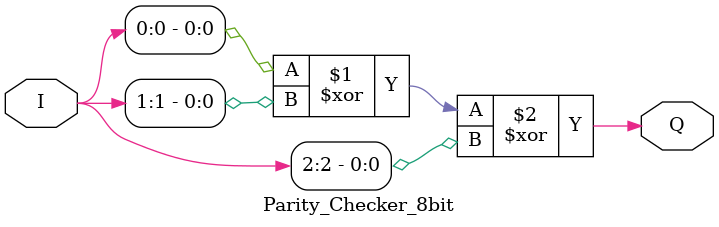
<source format=v>
`timescale 1ns / 1ps
module Parity_Checker_8bit(input [2:0] I,output Q);
    assign Q = I[0] ^ I[1] ^ I[2];    
endmodule

</source>
